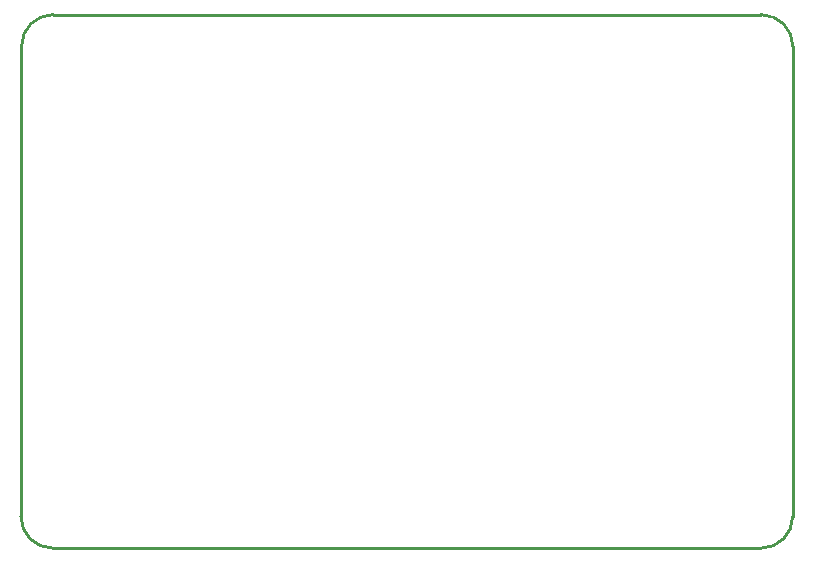
<source format=gko>
G04*
G04 #@! TF.GenerationSoftware,Altium Limited,Altium Designer,19.1.5 (86)*
G04*
G04 Layer_Color=16711935*
%FSLAX25Y25*%
%MOIN*%
G70*
G01*
G75*
%ADD14C,0.01000*%
D14*
X256600Y167200D02*
G03*
X246100Y177700I-10500J0D01*
G01*
Y-100D02*
G03*
X256600Y10400I0J10500D01*
G01*
X10000Y177700D02*
G03*
X-500Y167200I0J-10500D01*
G01*
Y18400D02*
G03*
X-700Y18000I300J-400D01*
G01*
X-500Y18400D02*
G03*
X-700Y18000I300J-400D01*
G01*
Y10400D02*
G03*
X9800Y-100I10500J0D01*
G01*
X10000Y177700D02*
X246100D01*
X256600Y10400D02*
Y167200D01*
X9800Y-100D02*
X246100D01*
X-500Y18400D02*
Y167200D01*
X-700Y10400D02*
Y18000D01*
M02*

</source>
